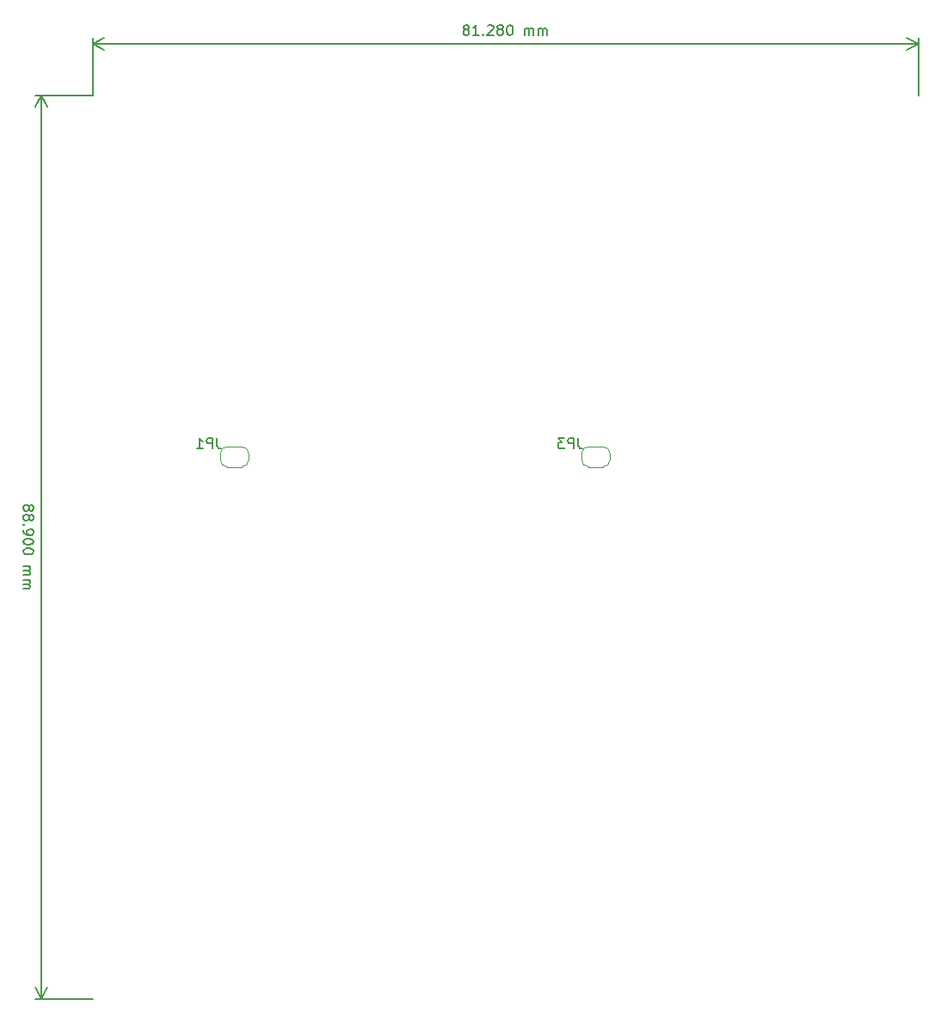
<source format=gbo>
G04 #@! TF.GenerationSoftware,KiCad,Pcbnew,(5.1.4)-1*
G04 #@! TF.CreationDate,2019-10-15T14:43:25+09:00*
G04 #@! TF.ProjectId,LME49600_HPA,4c4d4534-3936-4303-905f-4850412e6b69,rev?*
G04 #@! TF.SameCoordinates,Original*
G04 #@! TF.FileFunction,Legend,Bot*
G04 #@! TF.FilePolarity,Positive*
%FSLAX46Y46*%
G04 Gerber Fmt 4.6, Leading zero omitted, Abs format (unit mm)*
G04 Created by KiCad (PCBNEW (5.1.4)-1) date 2019-10-15 14:43:25*
%MOMM*%
%LPD*%
G04 APERTURE LIST*
%ADD10C,0.150000*%
%ADD11C,0.120000*%
G04 APERTURE END LIST*
D10*
X102959047Y-88757619D02*
X103006666Y-88662380D01*
X103054285Y-88614761D01*
X103149523Y-88567142D01*
X103197142Y-88567142D01*
X103292380Y-88614761D01*
X103340000Y-88662380D01*
X103387619Y-88757619D01*
X103387619Y-88948095D01*
X103340000Y-89043333D01*
X103292380Y-89090952D01*
X103197142Y-89138571D01*
X103149523Y-89138571D01*
X103054285Y-89090952D01*
X103006666Y-89043333D01*
X102959047Y-88948095D01*
X102959047Y-88757619D01*
X102911428Y-88662380D01*
X102863809Y-88614761D01*
X102768571Y-88567142D01*
X102578095Y-88567142D01*
X102482857Y-88614761D01*
X102435238Y-88662380D01*
X102387619Y-88757619D01*
X102387619Y-88948095D01*
X102435238Y-89043333D01*
X102482857Y-89090952D01*
X102578095Y-89138571D01*
X102768571Y-89138571D01*
X102863809Y-89090952D01*
X102911428Y-89043333D01*
X102959047Y-88948095D01*
X102959047Y-89710000D02*
X103006666Y-89614761D01*
X103054285Y-89567142D01*
X103149523Y-89519523D01*
X103197142Y-89519523D01*
X103292380Y-89567142D01*
X103340000Y-89614761D01*
X103387619Y-89710000D01*
X103387619Y-89900476D01*
X103340000Y-89995714D01*
X103292380Y-90043333D01*
X103197142Y-90090952D01*
X103149523Y-90090952D01*
X103054285Y-90043333D01*
X103006666Y-89995714D01*
X102959047Y-89900476D01*
X102959047Y-89710000D01*
X102911428Y-89614761D01*
X102863809Y-89567142D01*
X102768571Y-89519523D01*
X102578095Y-89519523D01*
X102482857Y-89567142D01*
X102435238Y-89614761D01*
X102387619Y-89710000D01*
X102387619Y-89900476D01*
X102435238Y-89995714D01*
X102482857Y-90043333D01*
X102578095Y-90090952D01*
X102768571Y-90090952D01*
X102863809Y-90043333D01*
X102911428Y-89995714D01*
X102959047Y-89900476D01*
X102482857Y-90519523D02*
X102435238Y-90567142D01*
X102387619Y-90519523D01*
X102435238Y-90471904D01*
X102482857Y-90519523D01*
X102387619Y-90519523D01*
X102387619Y-91043333D02*
X102387619Y-91233809D01*
X102435238Y-91329047D01*
X102482857Y-91376666D01*
X102625714Y-91471904D01*
X102816190Y-91519523D01*
X103197142Y-91519523D01*
X103292380Y-91471904D01*
X103340000Y-91424285D01*
X103387619Y-91329047D01*
X103387619Y-91138571D01*
X103340000Y-91043333D01*
X103292380Y-90995714D01*
X103197142Y-90948095D01*
X102959047Y-90948095D01*
X102863809Y-90995714D01*
X102816190Y-91043333D01*
X102768571Y-91138571D01*
X102768571Y-91329047D01*
X102816190Y-91424285D01*
X102863809Y-91471904D01*
X102959047Y-91519523D01*
X103387619Y-92138571D02*
X103387619Y-92233809D01*
X103340000Y-92329047D01*
X103292380Y-92376666D01*
X103197142Y-92424285D01*
X103006666Y-92471904D01*
X102768571Y-92471904D01*
X102578095Y-92424285D01*
X102482857Y-92376666D01*
X102435238Y-92329047D01*
X102387619Y-92233809D01*
X102387619Y-92138571D01*
X102435238Y-92043333D01*
X102482857Y-91995714D01*
X102578095Y-91948095D01*
X102768571Y-91900476D01*
X103006666Y-91900476D01*
X103197142Y-91948095D01*
X103292380Y-91995714D01*
X103340000Y-92043333D01*
X103387619Y-92138571D01*
X103387619Y-93090952D02*
X103387619Y-93186190D01*
X103340000Y-93281428D01*
X103292380Y-93329047D01*
X103197142Y-93376666D01*
X103006666Y-93424285D01*
X102768571Y-93424285D01*
X102578095Y-93376666D01*
X102482857Y-93329047D01*
X102435238Y-93281428D01*
X102387619Y-93186190D01*
X102387619Y-93090952D01*
X102435238Y-92995714D01*
X102482857Y-92948095D01*
X102578095Y-92900476D01*
X102768571Y-92852857D01*
X103006666Y-92852857D01*
X103197142Y-92900476D01*
X103292380Y-92948095D01*
X103340000Y-92995714D01*
X103387619Y-93090952D01*
X102387619Y-94614761D02*
X103054285Y-94614761D01*
X102959047Y-94614761D02*
X103006666Y-94662380D01*
X103054285Y-94757619D01*
X103054285Y-94900476D01*
X103006666Y-94995714D01*
X102911428Y-95043333D01*
X102387619Y-95043333D01*
X102911428Y-95043333D02*
X103006666Y-95090952D01*
X103054285Y-95186190D01*
X103054285Y-95329047D01*
X103006666Y-95424285D01*
X102911428Y-95471904D01*
X102387619Y-95471904D01*
X102387619Y-95948095D02*
X103054285Y-95948095D01*
X102959047Y-95948095D02*
X103006666Y-95995714D01*
X103054285Y-96090952D01*
X103054285Y-96233809D01*
X103006666Y-96329047D01*
X102911428Y-96376666D01*
X102387619Y-96376666D01*
X102911428Y-96376666D02*
X103006666Y-96424285D01*
X103054285Y-96519523D01*
X103054285Y-96662380D01*
X103006666Y-96757619D01*
X102911428Y-96805238D01*
X102387619Y-96805238D01*
X104140000Y-48260000D02*
X104140000Y-137160000D01*
X109220000Y-48260000D02*
X103553579Y-48260000D01*
X109220000Y-137160000D02*
X103553579Y-137160000D01*
X104140000Y-137160000D02*
X103553579Y-136033496D01*
X104140000Y-137160000D02*
X104726421Y-136033496D01*
X104140000Y-48260000D02*
X103553579Y-49386504D01*
X104140000Y-48260000D02*
X104726421Y-49386504D01*
X145907619Y-41760952D02*
X145812380Y-41713333D01*
X145764761Y-41665714D01*
X145717142Y-41570476D01*
X145717142Y-41522857D01*
X145764761Y-41427619D01*
X145812380Y-41380000D01*
X145907619Y-41332380D01*
X146098095Y-41332380D01*
X146193333Y-41380000D01*
X146240952Y-41427619D01*
X146288571Y-41522857D01*
X146288571Y-41570476D01*
X146240952Y-41665714D01*
X146193333Y-41713333D01*
X146098095Y-41760952D01*
X145907619Y-41760952D01*
X145812380Y-41808571D01*
X145764761Y-41856190D01*
X145717142Y-41951428D01*
X145717142Y-42141904D01*
X145764761Y-42237142D01*
X145812380Y-42284761D01*
X145907619Y-42332380D01*
X146098095Y-42332380D01*
X146193333Y-42284761D01*
X146240952Y-42237142D01*
X146288571Y-42141904D01*
X146288571Y-41951428D01*
X146240952Y-41856190D01*
X146193333Y-41808571D01*
X146098095Y-41760952D01*
X147240952Y-42332380D02*
X146669523Y-42332380D01*
X146955238Y-42332380D02*
X146955238Y-41332380D01*
X146860000Y-41475238D01*
X146764761Y-41570476D01*
X146669523Y-41618095D01*
X147669523Y-42237142D02*
X147717142Y-42284761D01*
X147669523Y-42332380D01*
X147621904Y-42284761D01*
X147669523Y-42237142D01*
X147669523Y-42332380D01*
X148098095Y-41427619D02*
X148145714Y-41380000D01*
X148240952Y-41332380D01*
X148479047Y-41332380D01*
X148574285Y-41380000D01*
X148621904Y-41427619D01*
X148669523Y-41522857D01*
X148669523Y-41618095D01*
X148621904Y-41760952D01*
X148050476Y-42332380D01*
X148669523Y-42332380D01*
X149240952Y-41760952D02*
X149145714Y-41713333D01*
X149098095Y-41665714D01*
X149050476Y-41570476D01*
X149050476Y-41522857D01*
X149098095Y-41427619D01*
X149145714Y-41380000D01*
X149240952Y-41332380D01*
X149431428Y-41332380D01*
X149526666Y-41380000D01*
X149574285Y-41427619D01*
X149621904Y-41522857D01*
X149621904Y-41570476D01*
X149574285Y-41665714D01*
X149526666Y-41713333D01*
X149431428Y-41760952D01*
X149240952Y-41760952D01*
X149145714Y-41808571D01*
X149098095Y-41856190D01*
X149050476Y-41951428D01*
X149050476Y-42141904D01*
X149098095Y-42237142D01*
X149145714Y-42284761D01*
X149240952Y-42332380D01*
X149431428Y-42332380D01*
X149526666Y-42284761D01*
X149574285Y-42237142D01*
X149621904Y-42141904D01*
X149621904Y-41951428D01*
X149574285Y-41856190D01*
X149526666Y-41808571D01*
X149431428Y-41760952D01*
X150240952Y-41332380D02*
X150336190Y-41332380D01*
X150431428Y-41380000D01*
X150479047Y-41427619D01*
X150526666Y-41522857D01*
X150574285Y-41713333D01*
X150574285Y-41951428D01*
X150526666Y-42141904D01*
X150479047Y-42237142D01*
X150431428Y-42284761D01*
X150336190Y-42332380D01*
X150240952Y-42332380D01*
X150145714Y-42284761D01*
X150098095Y-42237142D01*
X150050476Y-42141904D01*
X150002857Y-41951428D01*
X150002857Y-41713333D01*
X150050476Y-41522857D01*
X150098095Y-41427619D01*
X150145714Y-41380000D01*
X150240952Y-41332380D01*
X151764761Y-42332380D02*
X151764761Y-41665714D01*
X151764761Y-41760952D02*
X151812380Y-41713333D01*
X151907619Y-41665714D01*
X152050476Y-41665714D01*
X152145714Y-41713333D01*
X152193333Y-41808571D01*
X152193333Y-42332380D01*
X152193333Y-41808571D02*
X152240952Y-41713333D01*
X152336190Y-41665714D01*
X152479047Y-41665714D01*
X152574285Y-41713333D01*
X152621904Y-41808571D01*
X152621904Y-42332380D01*
X153098095Y-42332380D02*
X153098095Y-41665714D01*
X153098095Y-41760952D02*
X153145714Y-41713333D01*
X153240952Y-41665714D01*
X153383809Y-41665714D01*
X153479047Y-41713333D01*
X153526666Y-41808571D01*
X153526666Y-42332380D01*
X153526666Y-41808571D02*
X153574285Y-41713333D01*
X153669523Y-41665714D01*
X153812380Y-41665714D01*
X153907619Y-41713333D01*
X153955238Y-41808571D01*
X153955238Y-42332380D01*
X109220000Y-43180000D02*
X190500000Y-43180000D01*
X109220000Y-48260000D02*
X109220000Y-42593579D01*
X190500000Y-48260000D02*
X190500000Y-42593579D01*
X190500000Y-43180000D02*
X189373496Y-43766421D01*
X190500000Y-43180000D02*
X189373496Y-42593579D01*
X109220000Y-43180000D02*
X110346504Y-43766421D01*
X109220000Y-43180000D02*
X110346504Y-42593579D01*
D11*
X159450000Y-82820000D02*
X158050000Y-82820000D01*
X157350000Y-83520000D02*
X157350000Y-84120000D01*
X158050000Y-84820000D02*
X159450000Y-84820000D01*
X160150000Y-84120000D02*
X160150000Y-83520000D01*
X160150000Y-83520000D02*
G75*
G03X159450000Y-82820000I-700000J0D01*
G01*
X159450000Y-84820000D02*
G75*
G03X160150000Y-84120000I0J700000D01*
G01*
X157350000Y-84120000D02*
G75*
G03X158050000Y-84820000I700000J0D01*
G01*
X158050000Y-82820000D02*
G75*
G03X157350000Y-83520000I0J-700000D01*
G01*
X123890000Y-82820000D02*
X122490000Y-82820000D01*
X121790000Y-83520000D02*
X121790000Y-84120000D01*
X122490000Y-84820000D02*
X123890000Y-84820000D01*
X124590000Y-84120000D02*
X124590000Y-83520000D01*
X124590000Y-83520000D02*
G75*
G03X123890000Y-82820000I-700000J0D01*
G01*
X123890000Y-84820000D02*
G75*
G03X124590000Y-84120000I0J700000D01*
G01*
X121790000Y-84120000D02*
G75*
G03X122490000Y-84820000I700000J0D01*
G01*
X122490000Y-82820000D02*
G75*
G03X121790000Y-83520000I0J-700000D01*
G01*
D10*
X157043333Y-82002380D02*
X157043333Y-82716666D01*
X157090952Y-82859523D01*
X157186190Y-82954761D01*
X157329047Y-83002380D01*
X157424285Y-83002380D01*
X156567142Y-83002380D02*
X156567142Y-82002380D01*
X156186190Y-82002380D01*
X156090952Y-82050000D01*
X156043333Y-82097619D01*
X155995714Y-82192857D01*
X155995714Y-82335714D01*
X156043333Y-82430952D01*
X156090952Y-82478571D01*
X156186190Y-82526190D01*
X156567142Y-82526190D01*
X155662380Y-82002380D02*
X155043333Y-82002380D01*
X155376666Y-82383333D01*
X155233809Y-82383333D01*
X155138571Y-82430952D01*
X155090952Y-82478571D01*
X155043333Y-82573809D01*
X155043333Y-82811904D01*
X155090952Y-82907142D01*
X155138571Y-82954761D01*
X155233809Y-83002380D01*
X155519523Y-83002380D01*
X155614761Y-82954761D01*
X155662380Y-82907142D01*
X121483333Y-82002380D02*
X121483333Y-82716666D01*
X121530952Y-82859523D01*
X121626190Y-82954761D01*
X121769047Y-83002380D01*
X121864285Y-83002380D01*
X121007142Y-83002380D02*
X121007142Y-82002380D01*
X120626190Y-82002380D01*
X120530952Y-82050000D01*
X120483333Y-82097619D01*
X120435714Y-82192857D01*
X120435714Y-82335714D01*
X120483333Y-82430952D01*
X120530952Y-82478571D01*
X120626190Y-82526190D01*
X121007142Y-82526190D01*
X119483333Y-83002380D02*
X120054761Y-83002380D01*
X119769047Y-83002380D02*
X119769047Y-82002380D01*
X119864285Y-82145238D01*
X119959523Y-82240476D01*
X120054761Y-82288095D01*
M02*

</source>
